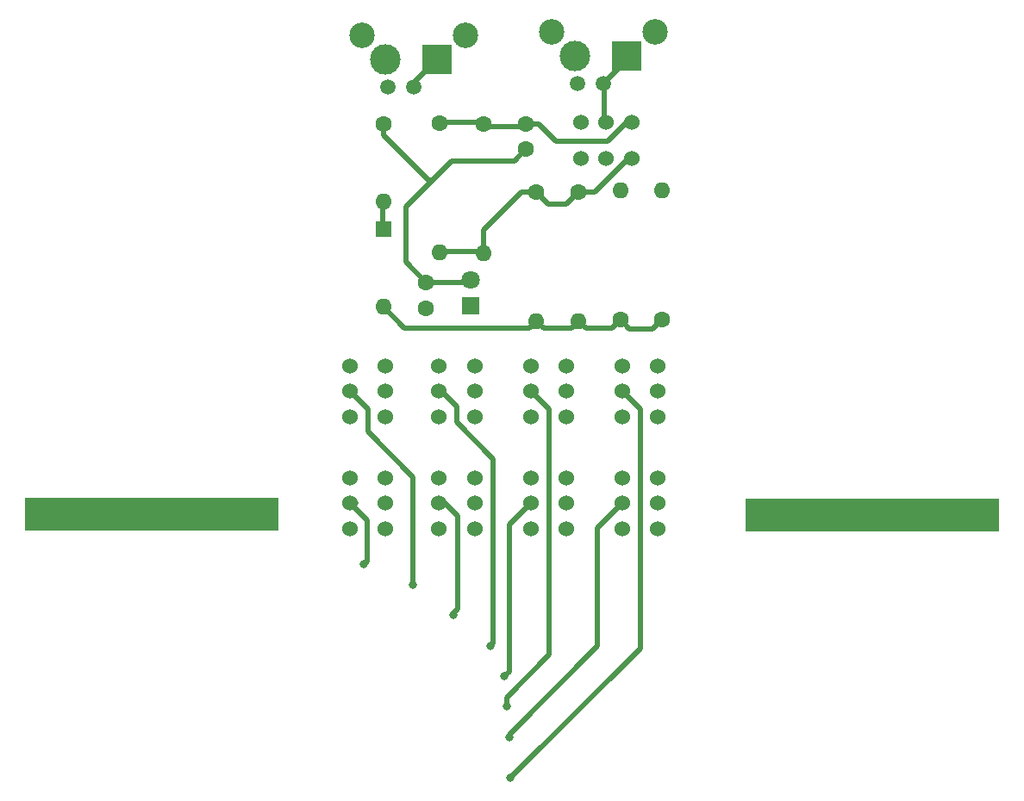
<source format=gbr>
%TF.GenerationSoftware,KiCad,Pcbnew,(6.0.11)*%
%TF.CreationDate,2023-04-02T23:34:25-05:00*%
%TF.ProjectId,TMatchPCB,544d6174-6368-4504-9342-2e6b69636164,rev?*%
%TF.SameCoordinates,Original*%
%TF.FileFunction,Copper,L2,Bot*%
%TF.FilePolarity,Positive*%
%FSLAX46Y46*%
G04 Gerber Fmt 4.6, Leading zero omitted, Abs format (unit mm)*
G04 Created by KiCad (PCBNEW (6.0.11)) date 2023-04-02 23:34:25*
%MOMM*%
%LPD*%
G01*
G04 APERTURE LIST*
%TA.AperFunction,WasherPad*%
%ADD10R,25.000000X3.200000*%
%TD*%
%TA.AperFunction,ComponentPad*%
%ADD11C,1.524000*%
%TD*%
%TA.AperFunction,ComponentPad*%
%ADD12C,1.500000*%
%TD*%
%TA.AperFunction,ComponentPad*%
%ADD13C,3.000000*%
%TD*%
%TA.AperFunction,ComponentPad*%
%ADD14R,3.000000X3.000000*%
%TD*%
%TA.AperFunction,ComponentPad*%
%ADD15C,2.500000*%
%TD*%
%TA.AperFunction,ComponentPad*%
%ADD16O,1.600000X1.600000*%
%TD*%
%TA.AperFunction,ComponentPad*%
%ADD17C,1.600000*%
%TD*%
%TA.AperFunction,ComponentPad*%
%ADD18R,1.800000X1.800000*%
%TD*%
%TA.AperFunction,ComponentPad*%
%ADD19C,1.800000*%
%TD*%
%TA.AperFunction,ComponentPad*%
%ADD20R,1.600000X1.600000*%
%TD*%
%TA.AperFunction,ViaPad*%
%ADD21C,0.800000*%
%TD*%
%TA.AperFunction,Conductor*%
%ADD22C,0.500000*%
%TD*%
G04 APERTURE END LIST*
D10*
%TO.P,H2,*%
%TO.N,*%
X105540000Y-70180000D03*
%TD*%
%TO.P,H1,*%
%TO.N,*%
X34770000Y-70090000D03*
%TD*%
D11*
%TO.P,SW4,6*%
%TO.N,N/C*%
X84500000Y-71500000D03*
%TO.P,SW4,5*%
X84500000Y-69000000D03*
%TO.P,SW4,4*%
X84500000Y-66500000D03*
%TO.P,SW4,3*%
X81000000Y-71500000D03*
%TO.P,SW4,2,B*%
%TO.N,Net-(J1-Pad1)*%
X81000000Y-69000000D03*
%TO.P,SW4,1,A*%
%TO.N,GND*%
X81000000Y-66500000D03*
%TD*%
%TO.P,SW2,6*%
%TO.N,N/C*%
X66500000Y-71500000D03*
%TO.P,SW2,5*%
X66500000Y-69000000D03*
%TO.P,SW2,4*%
X66500000Y-66500000D03*
%TO.P,SW2,3*%
X63000000Y-71500000D03*
%TO.P,SW2,2,B*%
%TO.N,Net-(J1-Pad1)*%
X63000000Y-69000000D03*
%TO.P,SW2,1,A*%
%TO.N,GND*%
X63000000Y-66500000D03*
%TD*%
%TO.P,SW1,6*%
%TO.N,N/C*%
X57750000Y-71500000D03*
%TO.P,SW1,5*%
X57750000Y-69000000D03*
%TO.P,SW1,4*%
X57750000Y-66500000D03*
%TO.P,SW1,3*%
X54250000Y-71500000D03*
%TO.P,SW1,2,B*%
%TO.N,Net-(J1-Pad1)*%
X54250000Y-69000000D03*
%TO.P,SW1,1,A*%
%TO.N,GND*%
X54250000Y-66500000D03*
%TD*%
%TO.P,SW3,6*%
%TO.N,N/C*%
X75500000Y-71500000D03*
%TO.P,SW3,5*%
X75500000Y-69000000D03*
%TO.P,SW3,4*%
X75500000Y-66500000D03*
%TO.P,SW3,3*%
X72000000Y-71500000D03*
%TO.P,SW3,2,B*%
%TO.N,Net-(J1-Pad1)*%
X72000000Y-69000000D03*
%TO.P,SW3,1,A*%
%TO.N,GND*%
X72000000Y-66500000D03*
%TD*%
D12*
%TO.P,J6,2,Ext*%
%TO.N,GND*%
X76560000Y-27750000D03*
D13*
X76306000Y-25022000D03*
D14*
%TO.P,J6,1,In*%
%TO.N,Net-(J6-Pad1)*%
X81386000Y-25022000D03*
D12*
X79100000Y-27750000D03*
D15*
%TO.P,J6,*%
%TO.N,*%
X74020000Y-22670000D03*
X84180000Y-22670000D03*
%TD*%
D16*
%TO.P,R7,2*%
%TO.N,Net-(D1-Pad1)*%
X57570000Y-39320000D03*
D17*
%TO.P,R7,1*%
%TO.N,Net-(C1-Pad2)*%
X57570000Y-31700000D03*
%TD*%
D16*
%TO.P,R6,2*%
%TO.N,Net-(SW9-Pad3)*%
X67380000Y-44410000D03*
D17*
%TO.P,R6,1*%
%TO.N,Net-(SW9-Pad6)*%
X67380000Y-31710000D03*
%TD*%
D16*
%TO.P,R5,2*%
%TO.N,Net-(SW9-Pad3)*%
X63050000Y-44380000D03*
D17*
%TO.P,R5,1*%
%TO.N,Net-(SW9-Pad6)*%
X63050000Y-31680000D03*
%TD*%
%TO.P,R4,1*%
%TO.N,Net-(D1-Pad2)*%
X84890000Y-50970000D03*
D16*
%TO.P,R4,2*%
%TO.N,GND*%
X84890000Y-38270000D03*
%TD*%
D17*
%TO.P,R3,1*%
%TO.N,Net-(SW9-Pad3)*%
X76690000Y-38380000D03*
D16*
%TO.P,R3,2*%
%TO.N,Net-(D1-Pad2)*%
X76690000Y-51080000D03*
%TD*%
%TO.P,R2,2*%
%TO.N,GND*%
X80810000Y-38270000D03*
D17*
%TO.P,R2,1*%
%TO.N,Net-(D1-Pad2)*%
X80810000Y-50970000D03*
%TD*%
D16*
%TO.P,R1,2*%
%TO.N,Net-(D1-Pad2)*%
X72540000Y-51080000D03*
D17*
%TO.P,R1,1*%
%TO.N,Net-(SW9-Pad3)*%
X72540000Y-38380000D03*
%TD*%
D18*
%TO.P,D2,1,K*%
%TO.N,GND*%
X66070000Y-49600000D03*
D19*
%TO.P,D2,2,A*%
%TO.N,Net-(C1-Pad2)*%
X66070000Y-47060000D03*
%TD*%
D20*
%TO.P,D1,1,K*%
%TO.N,Net-(D1-Pad1)*%
X57510000Y-42080000D03*
D16*
%TO.P,D1,2,A*%
%TO.N,Net-(D1-Pad2)*%
X57510000Y-49700000D03*
%TD*%
D17*
%TO.P,C2,1*%
%TO.N,GND*%
X61740000Y-49810000D03*
%TO.P,C2,2*%
%TO.N,Net-(C1-Pad2)*%
X61740000Y-47310000D03*
%TD*%
%TO.P,C1,1*%
%TO.N,Net-(SW9-Pad6)*%
X71520000Y-31720000D03*
%TO.P,C1,2*%
%TO.N,Net-(C1-Pad2)*%
X71520000Y-34220000D03*
%TD*%
D11*
%TO.P,SW9,1,A*%
%TO.N,Net-(SW9-Pad1)*%
X76900000Y-35090000D03*
%TO.P,SW9,2,B*%
%TO.N,Net-(J5-Pad1)*%
X79400000Y-35090000D03*
%TO.P,SW9,3,C*%
%TO.N,Net-(SW9-Pad3)*%
X81900000Y-35090000D03*
%TO.P,SW9,4,A*%
%TO.N,Net-(SW9-Pad1)*%
X76900000Y-31590000D03*
%TO.P,SW9,5,B*%
%TO.N,Net-(J6-Pad1)*%
X79400000Y-31590000D03*
%TO.P,SW9,6,C*%
%TO.N,Net-(SW9-Pad6)*%
X81900000Y-31590000D03*
%TD*%
D12*
%TO.P,J3,2,Ext*%
%TO.N,GND*%
X58010000Y-28080000D03*
D13*
X57756000Y-25352000D03*
D14*
%TO.P,J3,1,In*%
%TO.N,Net-(J3-Pad1)*%
X62836000Y-25352000D03*
D12*
X60550000Y-28080000D03*
D15*
%TO.P,J3,*%
%TO.N,*%
X55470000Y-23000000D03*
X65630000Y-23000000D03*
%TD*%
D11*
%TO.P,SW8,6*%
%TO.N,N/C*%
X84500000Y-60500000D03*
%TO.P,SW8,5*%
X84500000Y-58000000D03*
%TO.P,SW8,4*%
X84500000Y-55500000D03*
%TO.P,SW8,3*%
X81000000Y-60500000D03*
%TO.P,SW8,2,B*%
%TO.N,Net-(J1-Pad1)*%
X81000000Y-58000000D03*
%TO.P,SW8,1,A*%
%TO.N,GND*%
X81000000Y-55500000D03*
%TD*%
%TO.P,SW7,6*%
%TO.N,N/C*%
X75500000Y-60500000D03*
%TO.P,SW7,5*%
X75500000Y-58000000D03*
%TO.P,SW7,4*%
X75500000Y-55500000D03*
%TO.P,SW7,3*%
X72000000Y-60500000D03*
%TO.P,SW7,2,B*%
%TO.N,Net-(J1-Pad1)*%
X72000000Y-58000000D03*
%TO.P,SW7,1,A*%
%TO.N,GND*%
X72000000Y-55500000D03*
%TD*%
%TO.P,SW6,6*%
%TO.N,N/C*%
X66500000Y-60500000D03*
%TO.P,SW6,5*%
X66500000Y-58000000D03*
%TO.P,SW6,4*%
X66500000Y-55500000D03*
%TO.P,SW6,3*%
X63000000Y-60500000D03*
%TO.P,SW6,2,B*%
%TO.N,Net-(J1-Pad1)*%
X63000000Y-58000000D03*
%TO.P,SW6,1,A*%
%TO.N,GND*%
X63000000Y-55500000D03*
%TD*%
%TO.P,SW5,1,A*%
%TO.N,GND*%
X54250000Y-55500000D03*
%TO.P,SW5,2,B*%
%TO.N,Net-(J1-Pad1)*%
X54250000Y-58000000D03*
%TO.P,SW5,3*%
%TO.N,N/C*%
X54250000Y-60500000D03*
%TO.P,SW5,4*%
X57750000Y-55500000D03*
%TO.P,SW5,5*%
X57750000Y-58000000D03*
%TO.P,SW5,6*%
X57750000Y-60500000D03*
%TD*%
D21*
%TO.N,Net-(J1-Pad1)*%
X55640000Y-75000000D03*
X60460000Y-77000000D03*
X64390000Y-80000000D03*
X68080000Y-83000000D03*
X69440000Y-86000000D03*
X69620000Y-89000000D03*
X69910000Y-92000000D03*
X70000000Y-96000000D03*
%TD*%
D22*
%TO.N,Net-(C1-Pad2)*%
X64270000Y-35330000D02*
X62340000Y-37260000D01*
X70410000Y-35330000D02*
X64270000Y-35330000D01*
X71520000Y-34220000D02*
X70410000Y-35330000D01*
%TO.N,Net-(SW9-Pad6)*%
X72770000Y-31720000D02*
X71520000Y-31720000D01*
X74480000Y-33430000D02*
X72770000Y-31720000D01*
X81900000Y-31590000D02*
X81390000Y-31590000D01*
X71520000Y-31720000D02*
X71250000Y-31990000D01*
X67660000Y-31990000D02*
X67380000Y-31710000D01*
X81390000Y-31590000D02*
X79550000Y-33430000D01*
X79550000Y-33430000D02*
X74480000Y-33430000D01*
X71250000Y-31990000D02*
X67660000Y-31990000D01*
%TO.N,Net-(J1-Pad1)*%
X69880000Y-85560000D02*
X69880000Y-71120000D01*
X69880000Y-71120000D02*
X72000000Y-69000000D01*
X69440000Y-86000000D02*
X69880000Y-85560000D01*
X78590000Y-71410000D02*
X81000000Y-69000000D01*
X78590000Y-83040000D02*
X78590000Y-71410000D01*
X69910000Y-91720000D02*
X78590000Y-83040000D01*
X69910000Y-92000000D02*
X69910000Y-91720000D01*
X82750000Y-59750000D02*
X81000000Y-58000000D01*
X70000000Y-96000000D02*
X70020000Y-96000000D01*
X70020000Y-96000000D02*
X82750000Y-83270000D01*
X82750000Y-83270000D02*
X82750000Y-59750000D01*
X73790000Y-59790000D02*
X72000000Y-58000000D01*
X73790000Y-62660000D02*
X73790000Y-59790000D01*
X73850000Y-62720000D02*
X73790000Y-62660000D01*
X69620000Y-88130000D02*
X73850000Y-83900000D01*
X73850000Y-83900000D02*
X73850000Y-62720000D01*
X69620000Y-89000000D02*
X69620000Y-88130000D01*
X68340000Y-82740000D02*
X68340000Y-64680000D01*
X64710000Y-61050000D02*
X64710000Y-59500000D01*
X63210000Y-58000000D02*
X63000000Y-58000000D01*
X68080000Y-83000000D02*
X68340000Y-82740000D01*
X68340000Y-64680000D02*
X64710000Y-61050000D01*
X64710000Y-59500000D02*
X63210000Y-58000000D01*
X63600000Y-69000000D02*
X63000000Y-69000000D01*
X64830000Y-70230000D02*
X63600000Y-69000000D01*
X64830000Y-79400000D02*
X64830000Y-70230000D01*
X64390000Y-80000000D02*
X64390000Y-79840000D01*
X64390000Y-79840000D02*
X64830000Y-79400000D01*
X55930000Y-70680000D02*
X54250000Y-69000000D01*
X55930000Y-74710000D02*
X55930000Y-70680000D01*
X55640000Y-75000000D02*
X55930000Y-74710000D01*
X56030000Y-61980000D02*
X56030000Y-59780000D01*
X60460000Y-66410000D02*
X56030000Y-61980000D01*
X56030000Y-59780000D02*
X54250000Y-58000000D01*
X60460000Y-77000000D02*
X60460000Y-66410000D01*
%TO.N,Net-(J6-Pad1)*%
X79210000Y-31400000D02*
X79210000Y-27860000D01*
X79210000Y-27860000D02*
X79100000Y-27750000D01*
X79400000Y-31590000D02*
X79210000Y-31400000D01*
%TO.N,Net-(J1-Pad1)*%
X54850000Y-69000000D02*
X54250000Y-69000000D01*
%TO.N,Net-(SW9-Pad3)*%
X81590000Y-35090000D02*
X78300000Y-38380000D01*
X81900000Y-35090000D02*
X81590000Y-35090000D01*
X78300000Y-38380000D02*
X76690000Y-38380000D01*
%TO.N,Net-(D1-Pad2)*%
X59600000Y-51790000D02*
X57510000Y-49700000D01*
X71830000Y-51790000D02*
X59600000Y-51790000D01*
X72540000Y-51080000D02*
X71830000Y-51790000D01*
%TO.N,Net-(C1-Pad2)*%
X61770000Y-47340000D02*
X61740000Y-47310000D01*
X65790000Y-47340000D02*
X61770000Y-47340000D01*
X66070000Y-47060000D02*
X65790000Y-47340000D01*
X59720000Y-45290000D02*
X61740000Y-47310000D01*
X59720000Y-39880000D02*
X59720000Y-45290000D01*
X62340000Y-37260000D02*
X59720000Y-39880000D01*
%TO.N,Net-(D1-Pad1)*%
X57430000Y-39460000D02*
X57570000Y-39320000D01*
X57430000Y-42000000D02*
X57430000Y-39460000D01*
X57510000Y-42080000D02*
X57430000Y-42000000D01*
%TO.N,Net-(C1-Pad2)*%
X57570000Y-32850000D02*
X61980000Y-37260000D01*
X61980000Y-37260000D02*
X62340000Y-37260000D01*
X57570000Y-31700000D02*
X57570000Y-32850000D01*
%TO.N,Net-(SW9-Pad6)*%
X63150000Y-31580000D02*
X63050000Y-31680000D01*
X67250000Y-31580000D02*
X63150000Y-31580000D01*
X67380000Y-31710000D02*
X67250000Y-31580000D01*
%TO.N,Net-(SW9-Pad3)*%
X67250000Y-44280000D02*
X63150000Y-44280000D01*
X67380000Y-44410000D02*
X67250000Y-44280000D01*
X63150000Y-44280000D02*
X63050000Y-44380000D01*
X71100000Y-38380000D02*
X67380000Y-42100000D01*
X72540000Y-38380000D02*
X71100000Y-38380000D01*
X67380000Y-42100000D02*
X67380000Y-44410000D01*
X73720000Y-39560000D02*
X72540000Y-38380000D01*
X75510000Y-39560000D02*
X73720000Y-39560000D01*
X76690000Y-38380000D02*
X75510000Y-39560000D01*
%TO.N,Net-(D1-Pad2)*%
X76690000Y-51080000D02*
X75970000Y-51800000D01*
X75970000Y-51800000D02*
X73260000Y-51800000D01*
X73260000Y-51800000D02*
X72540000Y-51080000D01*
X77440000Y-51830000D02*
X76690000Y-51080000D01*
X79950000Y-51830000D02*
X77440000Y-51830000D01*
X80810000Y-50970000D02*
X79950000Y-51830000D01*
X84000000Y-51860000D02*
X81700000Y-51860000D01*
X81700000Y-51860000D02*
X80810000Y-50970000D01*
X84890000Y-50970000D02*
X84000000Y-51860000D01*
%TO.N,Net-(J3-Pad1)*%
X60550000Y-28080000D02*
X60550000Y-27638000D01*
X60550000Y-27638000D02*
X62836000Y-25352000D01*
%TO.N,Net-(J6-Pad1)*%
X81386000Y-25022000D02*
X81386000Y-25464000D01*
X81386000Y-25464000D02*
X79100000Y-27750000D01*
%TD*%
M02*

</source>
